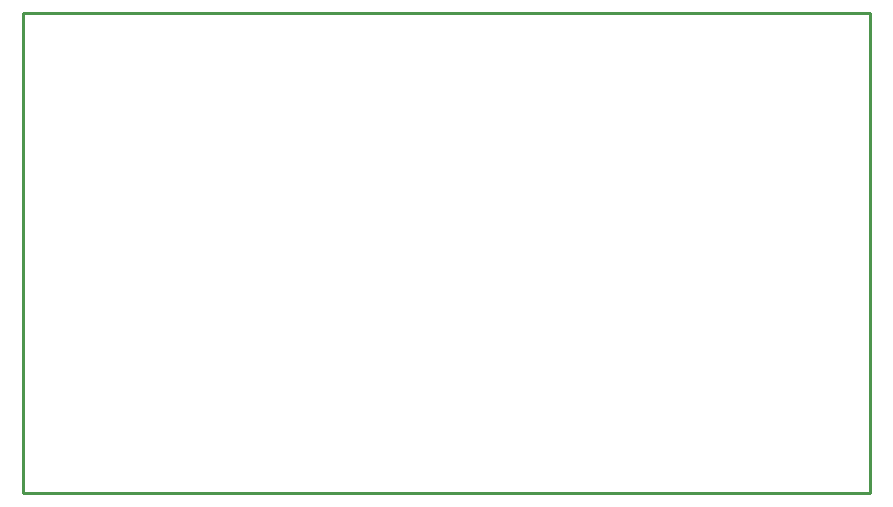
<source format=gbr>
G04 start of page 4 for group 2 idx 1 *
G04 Title: (unknown), outline *
G04 Creator: pcb 1.99z *
G04 CreationDate: Wed 03 Jul 2013 06:17:13 PM GMT UTC *
G04 For: commonadmin *
G04 Format: Gerber/RS-274X *
G04 PCB-Dimensions: 600000 500000 *
G04 PCB-Coordinate-Origin: lower left *
%MOIN*%
%FSLAX25Y25*%
%LNOUTLINE*%
%ADD32C,0.0100*%
G54D32*X410000Y220000D02*Y380000D01*
X127500D02*Y220000D01*
X410000Y380000D02*X127500D01*
Y220000D02*X410000D01*
M02*

</source>
